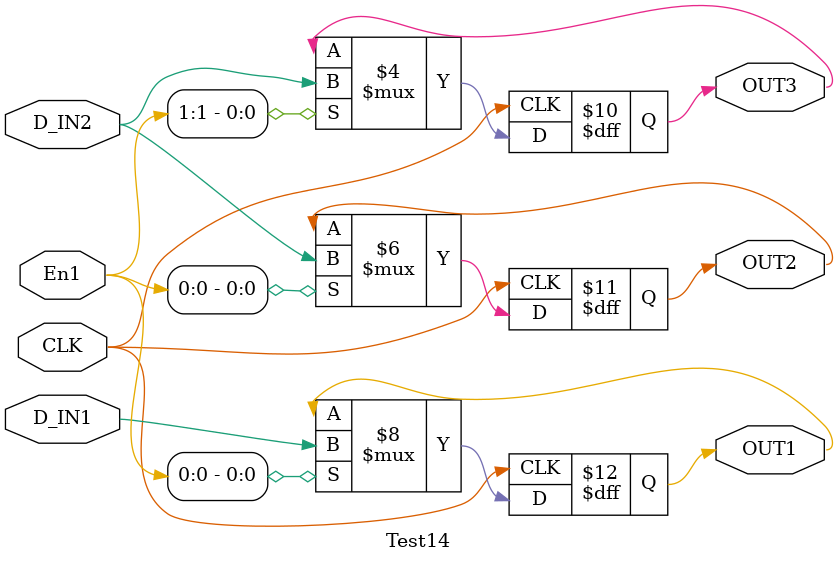
<source format=v>
`timescale 1ns / 1ps

module Test14(input CLK, input [1:0] En1, input D_IN1, input D_IN2, output reg OUT1, output reg OUT2, output reg OUT3);
    always@(posedge CLK) begin
        if(En1[0])
            OUT1 <= D_IN1;
    end
    always@(posedge CLK) begin
        if(En1[0])
            OUT2 <= D_IN2;
    end
    always@(posedge CLK) begin
        if(En1[1])
            OUT3 <= D_IN2;
    end
endmodule
</source>
